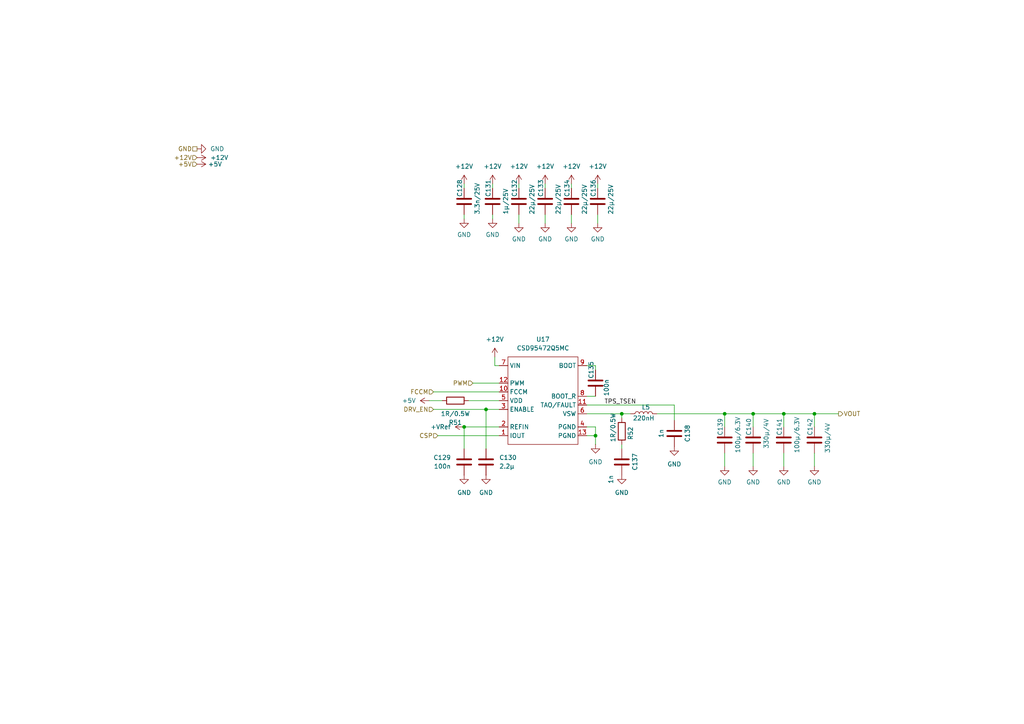
<source format=kicad_sch>
(kicad_sch (version 20231120) (generator "eeschema") (generator_version "8.0")
  (paper "A4")
  (title_block (title "BitForgeMini") (date "2024-06-21") (rev "1.0"))
  (lib_symbols
    (symbol "+12V_1" (power) (pin_numbers hide) (pin_names (offset 0) hide)
      (property "Value" "+12V" (at 0 3.556 0))
      (symbol "+12V_1_0_1"
        (polyline (pts (xy -0.762 1.27) (xy 0 2.54)))
        (polyline (pts (xy 0 0) (xy 0 2.54)))
        (polyline (pts (xy 0 2.54) (xy 0.762 1.27)))
      )
      (symbol "+12V_1_1_1"
        (pin power_in line (at 0 0 90) (length 0) (name "~") (number "1"))
      )
    )
    (symbol "+5V_1" (power) (pin_numbers hide) (pin_names (offset 0) hide)
      (property "Value" "+5V" (at 0 3.556 0))
      (symbol "+5V_1_0_1"
        (polyline (pts (xy -0.762 1.27) (xy 0 2.54)))
        (polyline (pts (xy 0 0) (xy 0 2.54)))
        (polyline (pts (xy 0 2.54) (xy 0.762 1.27)))
      )
      (symbol "+5V_1_1_1"
        (pin power_in line (at 0 0 90) (length 0) (name "~") (number "1"))
      )
    )
    (symbol "Device:C" (pin_numbers hide) (pin_names (offset 0.254))
      (property "Reference" "C" (at 0.635 2.54 0))
      (property "Value" "C" (at 0.635 -2.54 0))
      (symbol "C_0_1"
        (polyline (pts (xy -2.032 -0.762) (xy 2.032 -0.762)) (stroke (width 0.508)))
        (polyline (pts (xy -2.032 0.762) (xy 2.032 0.762)) (stroke (width 0.508)))
      )
      (symbol "C_1_1"
        (pin passive line (at 0 3.81 270) (length 2.794) (name "~") (number "1"))
        (pin passive line (at 0 -3.81 90) (length 2.794) (name "~") (number "2"))
      )
    )
    (symbol "Device:L" (pin_numbers hide) (pin_names (offset 1.016) hide)
      (property "Reference" "L" (at -1.27 0 90))
      (property "Value" "L" (at 1.905 0 90))
      (symbol "L_0_1"
        (arc (start 0 -2.54) (mid 0.6323 -1.905) (end 0 -1.27))
        (arc (start 0 -1.27) (mid 0.6323 -0.635) (end 0 0))
        (arc (start 0 0) (mid 0.6323 0.635) (end 0 1.27))
        (arc (start 0 1.27) (mid 0.6323 1.905) (end 0 2.54))
      )
      (symbol "L_1_1"
        (pin passive line (at 0 3.81 270) (length 1.27) (name "1") (number "1"))
        (pin passive line (at 0 -3.81 90) (length 1.27) (name "2") (number "2"))
      )
    )
    (symbol "Device:R" (pin_numbers hide) (pin_names (offset 0))
      (property "Reference" "R" (at 2.032 0 90))
      (property "Value" "R" (at 0 0 90))
      (symbol "R_0_1"
        (rectangle (start -1.016 -2.54) (end 1.016 2.54) (stroke (width 0.254)))
      )
      (symbol "R_1_1"
        (pin passive line (at 0 3.81 270) (length 1.27) (name "~") (number "1"))
        (pin passive line (at 0 -3.81 90) (length 1.27) (name "~") (number "2"))
      )
    )
    (symbol "GND_1" (power) (pin_numbers hide) (pin_names (offset 0) hide)
      (property "Value" "GND" (at 0 -3.81 0))
      (symbol "GND_1_0_1"
        (polyline (pts (xy 0 0) (xy 0 -1.27) (xy 1.27 -1.27) (xy 0 -2.54) (xy -1.27 -1.27) (xy 0 -1.27)))
      )
      (symbol "GND_1_1_1"
        (pin power_in line (at 0 0 270) (length 0) (name "~") (number "1"))
      )
    )
    (symbol "GND_2" (power) (pin_numbers hide) (pin_names (offset 0) hide)
      (property "Value" "GND" (at 0 -3.81 0))
      (symbol "GND_2_0_1"
        (polyline (pts (xy 0 0) (xy 0 -1.27) (xy 1.27 -1.27) (xy 0 -2.54) (xy -1.27 -1.27) (xy 0 -1.27)))
      )
      (symbol "GND_2_1_1"
        (pin power_in line (at 0 0 270) (length 0) (name "~") (number "1"))
      )
    )
    (symbol "mylib7:+VRef" (power) (pin_names (offset 0))
      (property "Value" "+VRef" (at 0 3.556 0))
      (symbol "+VRef_0_1"
        (polyline (pts (xy -0.762 1.27) (xy 0 2.54)))
        (polyline (pts (xy 0 0) (xy 0 2.54)))
        (polyline (pts (xy 0 2.54) (xy 0.762 1.27)))
      )
      (symbol "+VRef_1_1"
        (pin power_in line (at 0 0 90) (length 0) hide (name "+VRef") (number "1"))
      )
    )
    (symbol "mylib7:CSD95472Q5MC"
      (property "Reference" "U" (at -7.366 13.716 0))
      (property "Value" "CSD95472Q5MC" (at -1.524 -13.97 0))
      (symbol "CSD95472Q5MC_0_1"
        (rectangle (start -10.16 12.7) (end 10.16 -12.7))
      )
      (symbol "CSD95472Q5MC_1_1"
        (pin output line (at -12.7 -10.16 0) (length 2.54) (name "IOUT") (number "1"))
        (pin input line (at -12.7 2.54 0) (length 2.54) (name "FCCM") (number "10"))
        (pin passive line (at 12.7 -1.27 180) (length 2.54) (name "TAO/FAULT") (number "11"))
        (pin input line (at -12.7 5.08 0) (length 2.54) (name "PWM") (number "12"))
        (pin passive line (at 12.7 -10.16 180) (length 2.54) (name "PGND") (number "13"))
        (pin input line (at -12.7 -7.62 0) (length 2.54) (name "REFIN") (number "2"))
        (pin input line (at -12.7 -2.54 0) (length 2.54) (name "ENABLE") (number "3"))
        (pin passive line (at 12.7 -7.62 180) (length 2.54) (name "PGND") (number "4"))
        (pin power_in line (at -12.7 0 0) (length 2.54) (name "VDD") (number "5"))
        (pin output line (at 12.7 -3.81 180) (length 2.54) (name "VSW") (number "6"))
        (pin power_in line (at -12.7 10.16 0) (length 2.54) (name "VIN") (number "7"))
        (pin input line (at 12.7 1.27 180) (length 2.54) (name "BOOT_R") (number "8"))
        (pin output line (at 12.7 10.16 180) (length 2.54) (name "BOOT") (number "9"))
      )
    )
    (symbol "power:+12V" (power) (pin_names (offset 0))
      (property "Value" "+12V" (at 0 3.556 0))
      (symbol "+12V_0_1"
        (polyline (pts (xy -0.762 1.27) (xy 0 2.54)))
        (polyline (pts (xy 0 0) (xy 0 2.54)))
        (polyline (pts (xy 0 2.54) (xy 0.762 1.27)))
      )
      (symbol "+12V_1_1"
        (pin power_in line (at 0 0 90) (length 0) hide (name "+12V") (number "1"))
      )
    )
    (symbol "power:GND" (power) (pin_names (offset 0))
      (property "Value" "GND" (at 0 -3.81 0))
      (symbol "GND_0_1"
        (polyline (pts (xy 0 0) (xy 0 -1.27) (xy 1.27 -1.27) (xy 0 -2.54) (xy -1.27 -1.27) (xy 0 -1.27)))
      )
      (symbol "GND_1_1"
        (pin power_in line (at 0 0 270) (length 0) hide (name "GND") (number "1"))
      )
    )
  )
  (junction (at 140.97 118.745))
  (junction (at 180.34 120.015))
  (junction (at 134.62 123.825))
  (junction (at 227.33 120.015))
  (junction (at 236.22 120.015))
  (junction (at 210.185 120.015))
  (junction (at 172.72 126.365))
  (junction (at 218.44 120.015))
  (wire (pts (xy 142.875 62.23) (xy 142.875 63.5)))
  (wire (pts (xy 165.735 53.34) (xy 165.735 54.61)))
  (wire (pts (xy 218.44 120.015) (xy 227.33 120.015)))
  (wire (pts (xy 170.18 106.045) (xy 172.72 106.045)))
  (wire (pts (xy 173.355 62.23) (xy 173.355 64.77)))
  (wire (pts (xy 190.5 120.015) (xy 210.185 120.015)))
  (wire (pts (xy 172.72 123.825) (xy 170.18 123.825)))
  (wire (pts (xy 134.62 123.825) (xy 134.62 130.175)))
  (wire (pts (xy 227.33 120.015) (xy 236.22 120.015)))
  (wire (pts (xy 236.22 131.445) (xy 236.22 135.255)))
  (wire (pts (xy 170.18 126.365) (xy 172.72 126.365)))
  (wire (pts (xy 134.62 62.23) (xy 134.62 63.5)))
  (wire (pts (xy 236.22 120.015) (xy 243.205 120.015)))
  (wire (pts (xy 218.44 120.015) (xy 218.44 123.825)))
  (wire (pts (xy 170.18 117.475) (xy 195.58 117.475)))
  (wire (pts (xy 140.97 118.745) (xy 144.78 118.745)))
  (wire (pts (xy 170.18 114.935) (xy 172.72 114.935)))
  (wire (pts (xy 172.72 106.045) (xy 172.72 107.315)))
  (wire (pts (xy 125.73 118.745) (xy 140.97 118.745)))
  (wire (pts (xy 150.495 62.23) (xy 150.495 64.77)))
  (wire (pts (xy 165.735 62.23) (xy 165.735 64.77)))
  (wire (pts (xy 135.89 116.205) (xy 144.78 116.205)))
  (wire (pts (xy 143.51 106.045) (xy 144.78 106.045)))
  (wire (pts (xy 210.185 120.015) (xy 218.44 120.015)))
  (wire (pts (xy 140.97 130.175) (xy 140.97 118.745)))
  (wire (pts (xy 210.185 131.445) (xy 210.185 135.255)))
  (wire (pts (xy 143.51 103.505) (xy 143.51 106.045)))
  (wire (pts (xy 236.22 120.015) (xy 236.22 123.825)))
  (wire (pts (xy 170.18 120.015) (xy 180.34 120.015)))
  (wire (pts (xy 144.78 123.825) (xy 134.62 123.825)))
  (wire (pts (xy 180.34 120.015) (xy 182.88 120.015)))
  (wire (pts (xy 144.78 113.665) (xy 125.73 113.665)))
  (wire (pts (xy 158.115 53.34) (xy 158.115 54.61)))
  (wire (pts (xy 137.16 111.125) (xy 144.78 111.125)))
  (wire (pts (xy 158.115 62.23) (xy 158.115 64.77)))
  (wire (pts (xy 150.495 53.34) (xy 150.495 54.61)))
  (wire (pts (xy 134.62 53.34) (xy 134.62 54.61)))
  (wire (pts (xy 195.58 117.475) (xy 195.58 121.92)))
  (wire (pts (xy 172.72 126.365) (xy 172.72 123.825)))
  (wire (pts (xy 218.44 135.255) (xy 218.44 131.445)))
  (wire (pts (xy 172.72 128.905) (xy 172.72 126.365)))
  (wire (pts (xy 180.34 128.905) (xy 180.34 130.175)))
  (wire (pts (xy 227.33 120.015) (xy 227.33 123.825)))
  (wire (pts (xy 127 126.365) (xy 144.78 126.365)))
  (wire (pts (xy 180.34 120.015) (xy 180.34 121.285)))
  (wire (pts (xy 210.185 123.825) (xy 210.185 120.015)))
  (wire (pts (xy 124.46 116.205) (xy 128.27 116.205)))
  (wire (pts (xy 142.875 53.34) (xy 142.875 54.61)))
  (wire (pts (xy 227.33 131.445) (xy 227.33 135.255)))
  (wire (pts (xy 173.355 53.34) (xy 173.355 54.61)))
  (label "TPS_TSEN" (at 175.26 117.475 0))
  (hierarchical_label "+5V" (shape input) (at 57.15 47.625 180))
  (hierarchical_label "DRV_EN" (shape input) (at 125.73 118.745 180))
  (hierarchical_label "FCCM" (shape input) (at 125.73 113.665 180))
  (hierarchical_label "GND" (shape passive) (at 57.15 43.18 180))
  (hierarchical_label "VOUT" (shape output) (at 243.205 120.015 0))
  (hierarchical_label "+12V" (shape input) (at 57.15 45.72 180))
  (hierarchical_label "CSP" (shape input) (at 127 126.365 180))
  (hierarchical_label "PWM" (shape input) (at 137.16 111.125 180))
  (symbol (lib_id "power:+12V") (at 165.735 53.34 0) (unit 1)
    (property "Reference" "#PWR0173" (effects (hide yes)))
    (property "Value" "+12V" (at 165.735 48.26 0))
    (instances (project "BitForgeNano" (path "" (reference "#PWR0173") (unit 1)) (path "" (reference "#PWR0119") (unit 1)) (path "" (reference "#PWR092") (unit 1)) (path "" (reference "#PWR0146") (unit 1))))
  )
  (symbol (lib_id "Device:C") (at 142.875 58.42 0) (unit 1)
    (property "Reference" "C131" (at 141.605 57.15 90) (effects (justify left)))
    (property "Value" "1µ/25V" (at 146.685 62.23 90) (effects (justify left)))
    (property "Footprint" "Capacitor_SMD:C_0805_2012Metric" (effects (hide yes)))
    (instances (project "BitForgeNano" (path "" (reference "C131") (unit 1)) (path "" (reference "C101") (unit 1)) (path "" (reference "C86") (unit 1)) (path "" (reference "C116") (unit 1))))
  )
  (symbol (lib_id "power:+12V") (at 173.355 53.34 0) (unit 1)
    (property "Reference" "#PWR0176" (effects (hide yes)))
    (property "Value" "+12V" (at 173.355 48.26 0))
    (instances (project "BitForgeNano" (path "" (reference "#PWR0176") (unit 1)) (path "" (reference "#PWR0122") (unit 1)) (path "" (reference "#PWR095") (unit 1)) (path "" (reference "#PWR0149") (unit 1))))
  )
  (symbol (lib_id "Device:L") (at 186.69 120.015 90) (unit 1)
    (property "Reference" "L5" (at 187.325 118.11 90))
    (property "Value" "220nH" (at 186.69 121.285 90))
    (property "Footprint" "myfootprints:IFLR-4031GC-01-8x10" (effects (hide yes)))
    (property "Distributor" "D" (effects (hide yes)))
    (property "Manufacturer" "FP1008R5-R220-R" (effects (hide yes)))
    (property "OrderNr" "283-FP1008R5-R220-RCT-ND" (effects (hide yes)))
    (instances (project "BitForgeNano" (path "" (reference "L5") (unit 1)) (path "" (reference "L3") (unit 1)) (path "" (reference "L2") (unit 1)) (path "" (reference "L4") (unit 1))))
  )
  (symbol (lib_name "+12V_1") (lib_id "power:+12V") (at 143.51 103.505 0) (unit 1)
    (property "Reference" "#PWR0168" (effects (hide yes)))
    (property "Value" "+12V" (at 143.51 98.425 0))
    (property "Description" "Power symbol creates a global label with name \"+12V\"" (effects (hide yes)))
    (instances (project "BitForgeNano" (path "" (reference "#PWR0168") (unit 1)) (path "" (reference "#PWR0114") (unit 1)) (path "" (reference "#PWR087") (unit 1)) (path "" (reference "#PWR0141") (unit 1))))
  )
  (symbol (lib_id "Device:C") (at 227.33 127.635 0) (unit 1)
    (property "Reference" "C141" (at 226.06 126.365 90) (effects (justify left)))
    (property "Value" "100µ/6.3V" (at 231.14 131.445 90) (effects (justify left)))
    (property "Footprint" "Capacitor_SMD:C_1210_3225Metric" (effects (hide yes)))
    (property "Distributor" "D" (effects (hide yes)))
    (property "Manufacturer" "C1210C107M8PAC7800" (effects (hide yes)))
    (property "OrderNr" "399-C1210C107M8PAC7800CT-ND" (effects (hide yes)))
    (instances (project "BitForgeNano" (path "" (reference "C141") (unit 1)) (path "" (reference "C111") (unit 1)) (path "" (reference "C96") (unit 1)) (path "" (reference "C126") (unit 1))))
  )
  (symbol (lib_name "GND_2") (lib_id "power:GND") (at 140.97 137.795 0) (unit 1)
    (property "Reference" "#PWR0165" (effects (hide yes)))
    (property "Value" "GND" (at 140.97 142.875 0))
    (property "Description" "Power symbol creates a global label with name \"GND\" , ground" (effects (hide yes)))
    (instances (project "BitForgeNano" (path "" (reference "#PWR0165") (unit 1)) (path "" (reference "#PWR0111") (unit 1)) (path "" (reference "#PWR084") (unit 1)) (path "" (reference "#PWR0138") (unit 1))))
  )
  (symbol (lib_id "Device:C") (at 173.355 58.42 0) (unit 1)
    (property "Reference" "C136" (at 172.085 57.15 90) (effects (justify left)))
    (property "Value" "22µ/25V" (at 177.165 62.23 90) (effects (justify left)))
    (property "Footprint" "Capacitor_SMD:C_1210_3225Metric" (effects (hide yes)))
    (property "Distributor" "D" (effects (hide yes)))
    (property "Manufacturer" "C1210C226K3PAC7800" (effects (hide yes)))
    (property "OrderNr" "399-C1210C226K3PAC7800CT-ND" (effects (hide yes)))
    (instances (project "BitForgeNano" (path "" (reference "C136") (unit 1)) (path "" (reference "C106") (unit 1)) (path "" (reference "C91") (unit 1)) (path "" (reference "C121") (unit 1))))
  )
  (symbol (lib_name "+5V_1") (lib_id "power:+5V") (at 124.46 116.205 90) (unit 1)
    (property "Reference" "#PWR0160" (effects (hide yes)))
    (property "Value" "+5V" (at 120.65 116.2049 90) (effects (justify left)))
    (property "Description" "Power symbol creates a global label with name \"+5V\"" (effects (hide yes)))
    (instances (project "BitForgeNano" (path "" (reference "#PWR0160") (unit 1)) (path "" (reference "#PWR0106") (unit 1)) (path "" (reference "#PWR079") (unit 1)) (path "" (reference "#PWR0133") (unit 1))))
  )
  (symbol (lib_id "Device:C") (at 134.62 133.985 0) (mirror y) (unit 1)
    (property "Reference" "C129" (at 130.81 132.7149 0) (effects (justify left)))
    (property "Value" "100n" (at 130.81 135.2549 0) (effects (justify left)))
    (property "Footprint" "Capacitor_SMD:C_0805_2012Metric" (effects (hide yes)))
    (property "Description" "Unpolarized capacitor" (effects (hide yes)))
    (instances (project "BitForgeNano" (path "" (reference "C129") (unit 1)) (path "" (reference "C99") (unit 1)) (path "" (reference "C84") (unit 1)) (path "" (reference "C114") (unit 1))))
  )
  (symbol (lib_id "power:+12V") (at 150.495 53.34 0) (unit 1)
    (property "Reference" "#PWR0169" (effects (hide yes)))
    (property "Value" "+12V" (at 150.495 48.26 0))
    (instances (project "BitForgeNano" (path "" (reference "#PWR0169") (unit 1)) (path "" (reference "#PWR0115") (unit 1)) (path "" (reference "#PWR088") (unit 1)) (path "" (reference "#PWR0142") (unit 1))))
  )
  (symbol (lib_id "Device:C") (at 165.735 58.42 0) (unit 1)
    (property "Reference" "C134" (at 164.465 57.15 90) (effects (justify left)))
    (property "Value" "22µ/25V" (at 169.545 62.23 90) (effects (justify left)))
    (property "Footprint" "Capacitor_SMD:C_1210_3225Metric" (effects (hide yes)))
    (property "Distributor" "D" (effects (hide yes)))
    (property "Manufacturer" "C1210C226K3PAC7800" (effects (hide yes)))
    (property "OrderNr" "399-C1210C226K3PAC7800CT-ND" (effects (hide yes)))
    (instances (project "BitForgeNano" (path "" (reference "C134") (unit 1)) (path "" (reference "C104") (unit 1)) (path "" (reference "C89") (unit 1)) (path "" (reference "C119") (unit 1))))
  )
  (symbol (lib_id "power:GND") (at 142.875 63.5 0) (unit 1)
    (property "Reference" "#PWR0167" (effects (hide yes)))
    (property "Value" "GND" (at 142.875 68.072 0))
    (instances (project "BitForgeNano" (path "" (reference "#PWR0167") (unit 1)) (path "" (reference "#PWR0113") (unit 1)) (path "" (reference "#PWR086") (unit 1)) (path "" (reference "#PWR0140") (unit 1))))
  )
  (symbol (lib_id "power:GND") (at 134.62 63.5 0) (unit 1)
    (property "Reference" "#PWR0162" (effects (hide yes)))
    (property "Value" "GND" (at 134.62 68.072 0))
    (instances (project "BitForgeNano" (path "" (reference "#PWR0162") (unit 1)) (path "" (reference "#PWR0108") (unit 1)) (path "" (reference "#PWR081") (unit 1)) (path "" (reference "#PWR0135") (unit 1))))
  )
  (symbol (lib_id "power:+12V") (at 158.115 53.34 0) (unit 1)
    (property "Reference" "#PWR0171" (effects (hide yes)))
    (property "Value" "+12V" (at 158.115 48.26 0))
    (instances (project "BitForgeNano" (path "" (reference "#PWR0171") (unit 1)) (path "" (reference "#PWR0117") (unit 1)) (path "" (reference "#PWR090") (unit 1)) (path "" (reference "#PWR0144") (unit 1))))
  )
  (symbol (lib_id "Device:R") (at 132.08 116.205 90) (mirror x) (unit 1)
    (property "Reference" "R51" (at 132.08 122.555 90))
    (property "Value" "1R/0.5W" (at 132.08 120.015 90))
    (property "Footprint" "Resistor_SMD:R_0805_2012Metric" (effects (hide yes)))
    (property "Description" "Resistor" (effects (hide yes)))
    (property "Distributor" "D" (effects (hide yes)))
    (property "Manufacturer" "CRCW08051R00FKEAHP" (effects (hide yes)))
    (property "OrderNr" "541-1.00TCT-ND" (effects (hide yes)))
    (instances (project "BitForgeNano" (path "" (reference "R51") (unit 1)) (path "" (reference "R47") (unit 1)) (path "" (reference "R45") (unit 1)) (path "" (reference "R49") (unit 1))))
  )
  (symbol (lib_id "mylib7:+VRef") (at 134.62 123.825 90) (unit 1)
    (property "Reference" "#PWR0163" (effects (hide yes)))
    (property "Value" "+VRef" (at 130.81 123.8249 90) (effects (justify left)))
    (property "Description" "Power symbol creates a global label with name \"+3.3V\"" (effects (hide yes)))
    (instances (project "BitForgeNano" (path "" (reference "#PWR0163") (unit 1)) (path "" (reference "#PWR0109") (unit 1)) (path "" (reference "#PWR082") (unit 1)) (path "" (reference "#PWR0136") (unit 1))))
  )
  (symbol (lib_id "power:+12V") (at 134.62 53.34 0) (unit 1)
    (property "Reference" "#PWR0161" (effects (hide yes)))
    (property "Value" "+12V" (at 134.62 48.26 0))
    (instances (project "BitForgeNano" (path "" (reference "#PWR0161") (unit 1)) (path "" (reference "#PWR0107") (unit 1)) (path "" (reference "#PWR080") (unit 1)) (path "" (reference "#PWR0134") (unit 1))))
  )
  (symbol (lib_id "Device:C") (at 140.97 133.985 0) (unit 1)
    (property "Reference" "C130" (at 144.78 132.7149 0) (effects (justify left)))
    (property "Value" "2.2µ" (at 144.78 135.2549 0) (effects (justify left)))
    (property "Footprint" "Capacitor_SMD:C_0805_2012Metric" (effects (hide yes)))
    (property "Description" "Unpolarized capacitor" (effects (hide yes)))
    (instances (project "BitForgeNano" (path "" (reference "C130") (unit 1)) (path "" (reference "C100") (unit 1)) (path "" (reference "C85") (unit 1)) (path "" (reference "C115") (unit 1))))
  )
  (symbol (lib_id "Device:C") (at 218.44 127.635 0) (unit 1)
    (property "Reference" "C140" (at 217.17 126.365 90) (effects (justify left)))
    (property "Value" "330µ/4V" (at 222.25 130.175 90) (effects (justify left)))
    (property "Footprint" "Capacitor_SMD:C_1210_3225Metric" (effects (hide yes)))
    (property "Distributor" "D" (effects (hide yes)))
    (property "Manufacturer" "GRM32ER60G337ME05K" (effects (hide yes)))
    (property "OrderNr" "490-GRM32ER60G337ME05KCT-ND" (effects (hide yes)))
    (instances (project "BitForgeNano" (path "" (reference "C140") (unit 1)) (path "" (reference "C110") (unit 1)) (path "" (reference "C95") (unit 1)) (path "" (reference "C125") (unit 1))))
  )
  (symbol (lib_id "mylib7:CSD95472Q5MC") (at 157.48 116.205 0) (unit 1)
    (property "Reference" "U17" (at 157.48 98.425 0))
    (property "Value" "CSD95472Q5MC" (at 157.48 100.965 0))
    (property "Footprint" "myfootprints:CSD95472-SON-5x6" (effects (hide yes)))
    (property "Distributor" "D" (effects (hide yes)))
    (property "Manufacturer" "CSD95472Q5MC" (effects (hide yes)))
    (property "OrderNr" "296-43950-1-ND" (effects (hide yes)))
    (instances (project "BitForgeNano" (path "" (reference "U17") (unit 1)) (path "" (reference "U15") (unit 1)) (path "" (reference "U14") (unit 1)) (path "" (reference "U16") (unit 1))))
  )
  (symbol (lib_id "power:+12V") (at 142.875 53.34 0) (unit 1)
    (property "Reference" "#PWR0166" (effects (hide yes)))
    (property "Value" "+12V" (at 142.875 48.26 0))
    (instances (project "BitForgeNano" (path "" (reference "#PWR0166") (unit 1)) (path "" (reference "#PWR0112") (unit 1)) (path "" (reference "#PWR085") (unit 1)) (path "" (reference "#PWR0139") (unit 1))))
  )
  (symbol (lib_id "Device:C") (at 172.72 111.125 0) (unit 1)
    (property "Reference" "C135" (at 171.45 109.855 90) (effects (justify left)))
    (property "Value" "100n" (at 175.895 114.935 90) (effects (justify left)))
    (property "Footprint" "Capacitor_SMD:C_0805_2012Metric" (effects (hide yes)))
    (instances (project "BitForgeNano" (path "" (reference "C135") (unit 1)) (path "" (reference "C105") (unit 1)) (path "" (reference "C90") (unit 1)) (path "" (reference "C120") (unit 1))))
  )
  (symbol (lib_id "power:GND") (at 158.115 64.77 0) (unit 1)
    (property "Reference" "#PWR0172" (effects (hide yes)))
    (property "Value" "GND" (at 158.115 69.342 0))
    (instances (project "BitForgeNano" (path "" (reference "#PWR0172") (unit 1)) (path "" (reference "#PWR0118") (unit 1)) (path "" (reference "#PWR091") (unit 1)) (path "" (reference "#PWR0145") (unit 1))))
  )
  (symbol (lib_id "Device:C") (at 210.185 127.635 0) (unit 1)
    (property "Reference" "C139" (at 208.915 126.365 90) (effects (justify left)))
    (property "Value" "100µ/6.3V" (at 213.995 131.445 90) (effects (justify left)))
    (property "Footprint" "Capacitor_SMD:C_1210_3225Metric" (effects (hide yes)))
    (property "Distributor" "D" (effects (hide yes)))
    (property "Manufacturer" "C1210C107M8PAC7800" (effects (hide yes)))
    (property "OrderNr" "399-C1210C107M8PAC7800CT-ND" (effects (hide yes)))
    (instances (project "BitForgeNano" (path "" (reference "C139") (unit 1)) (path "" (reference "C109") (unit 1)) (path "" (reference "C94") (unit 1)) (path "" (reference "C124") (unit 1))))
  )
  (symbol (lib_name "+12V_1") (lib_id "power:+12V") (at 57.15 45.72 270) (unit 1)
    (property "Reference" "#PWR0158" (effects (hide yes)))
    (property "Value" "+12V" (at 60.96 45.7199 90) (effects (justify left)))
    (property "Description" "Power symbol creates a global label with name \"+12V\"" (effects (hide yes)))
    (instances (project "BitForgeNano" (path "" (reference "#PWR0158") (unit 1)) (path "" (reference "#PWR0104") (unit 1)) (path "" (reference "#PWR077") (unit 1)) (path "" (reference "#PWR0131") (unit 1))))
  )
  (symbol (lib_name "GND_2") (lib_id "power:GND") (at 134.62 137.795 0) (unit 1)
    (property "Reference" "#PWR0164" (effects (hide yes)))
    (property "Value" "GND" (at 134.62 142.875 0))
    (property "Description" "Power symbol creates a global label with name \"GND\" , ground" (effects (hide yes)))
    (instances (project "BitForgeNano" (path "" (reference "#PWR0164") (unit 1)) (path "" (reference "#PWR0110") (unit 1)) (path "" (reference "#PWR083") (unit 1)) (path "" (reference "#PWR0137") (unit 1))))
  )
  (symbol (lib_id "power:GND") (at 227.33 135.255 0) (unit 1)
    (property "Reference" "#PWR0182" (effects (hide yes)))
    (property "Value" "GND" (at 227.33 139.827 0))
    (instances (project "BitForgeNano" (path "" (reference "#PWR0182") (unit 1)) (path "" (reference "#PWR0128") (unit 1)) (path "" (reference "#PWR0101") (unit 1)) (path "" (reference "#PWR0155") (unit 1))))
  )
  (symbol (lib_id "Device:R") (at 180.34 125.095 180) (unit 1)
    (property "Reference" "R52" (at 182.88 127.635 90) (effects (justify right)))
    (property "Value" "1R/0.5W" (at 177.8 128.27 90) (effects (justify right)))
    (property "Footprint" "Resistor_SMD:R_0805_2012Metric" (effects (hide yes)))
    (property "Description" "Resistor" (effects (hide yes)))
    (property "Distributor" "D" (effects (hide yes)))
    (property "Manufacturer" "CRCW08051R00FKEAHP" (effects (hide yes)))
    (property "OrderNr" "541-1.00TCT-ND" (effects (hide yes)))
    (instances (project "BitForgeNano" (path "" (reference "R52") (unit 1)) (path "" (reference "R48") (unit 1)) (path "" (reference "R46") (unit 1)) (path "" (reference "R50") (unit 1))))
  )
  (symbol (lib_id "Device:C") (at 236.22 127.635 0) (unit 1)
    (property "Reference" "C142" (at 234.95 126.365 90) (effects (justify left)))
    (property "Value" "330µ/4V" (at 240.03 131.445 90) (effects (justify left)))
    (property "Footprint" "Capacitor_SMD:C_1210_3225Metric" (effects (hide yes)))
    (property "Distributor" "D" (effects (hide yes)))
    (property "Manufacturer" "GRM32ER60G337ME05K" (effects (hide yes)))
    (property "OrderNr" "490-GRM32ER60G337ME05KCT-ND" (effects (hide yes)))
    (instances (project "BitForgeNano" (path "" (reference "C142") (unit 1)) (path "" (reference "C112") (unit 1)) (path "" (reference "C97") (unit 1)) (path "" (reference "C127") (unit 1))))
  )
  (symbol (lib_name "GND_2") (lib_id "power:GND") (at 180.34 137.795 0) (unit 1)
    (property "Reference" "#PWR0178" (effects (hide yes)))
    (property "Value" "GND" (at 180.34 142.875 0))
    (property "Description" "Power symbol creates a global label with name \"GND\" , ground" (effects (hide yes)))
    (instances (project "BitForgeNano" (path "" (reference "#PWR0178") (unit 1)) (path "" (reference "#PWR0124") (unit 1)) (path "" (reference "#PWR097") (unit 1)) (path "" (reference "#PWR0151") (unit 1))))
  )
  (symbol (lib_id "Device:C") (at 150.495 58.42 0) (unit 1)
    (property "Reference" "C132" (at 149.225 57.15 90) (effects (justify left)))
    (property "Value" "22µ/25V" (at 154.305 62.23 90) (effects (justify left)))
    (property "Footprint" "Capacitor_SMD:C_1210_3225Metric" (effects (hide yes)))
    (property "Distributor" "D" (effects (hide yes)))
    (property "Manufacturer" "C1210C226K3PAC7800" (effects (hide yes)))
    (property "OrderNr" "399-C1210C226K3PAC7800CT-ND" (effects (hide yes)))
    (instances (project "BitForgeNano" (path "" (reference "C132") (unit 1)) (path "" (reference "C102") (unit 1)) (path "" (reference "C87") (unit 1)) (path "" (reference "C117") (unit 1))))
  )
  (symbol (lib_name "+5V_1") (lib_id "power:+5V") (at 57.15 47.625 270) (unit 1)
    (property "Reference" "#PWR0159" (effects (hide yes)))
    (property "Value" "+5V" (at 60.325 47.6249 90) (effects (justify left)))
    (property "Description" "Power symbol creates a global label with name \"+5V\"" (effects (hide yes)))
    (instances (project "BitForgeNano" (path "" (reference "#PWR0159") (unit 1)) (path "" (reference "#PWR0105") (unit 1)) (path "" (reference "#PWR078") (unit 1)) (path "" (reference "#PWR0132") (unit 1))))
  )
  (symbol (lib_id "power:GND") (at 173.355 64.77 0) (unit 1)
    (property "Reference" "#PWR0177" (effects (hide yes)))
    (property "Value" "GND" (at 173.355 69.342 0))
    (instances (project "BitForgeNano" (path "" (reference "#PWR0177") (unit 1)) (path "" (reference "#PWR0123") (unit 1)) (path "" (reference "#PWR096") (unit 1)) (path "" (reference "#PWR0150") (unit 1))))
  )
  (symbol (lib_id "power:GND") (at 165.735 64.77 0) (unit 1)
    (property "Reference" "#PWR0174" (effects (hide yes)))
    (property "Value" "GND" (at 165.735 69.342 0))
    (instances (project "BitForgeNano" (path "" (reference "#PWR0174") (unit 1)) (path "" (reference "#PWR0120") (unit 1)) (path "" (reference "#PWR093") (unit 1)) (path "" (reference "#PWR0147") (unit 1))))
  )
  (symbol (lib_id "power:GND") (at 210.185 135.255 0) (unit 1)
    (property "Reference" "#PWR0180" (effects (hide yes)))
    (property "Value" "GND" (at 210.185 139.827 0))
    (instances (project "BitForgeNano" (path "" (reference "#PWR0180") (unit 1)) (path "" (reference "#PWR0126") (unit 1)) (path "" (reference "#PWR099") (unit 1)) (path "" (reference "#PWR0153") (unit 1))))
  )
  (symbol (lib_id "Device:C") (at 158.115 58.42 0) (unit 1)
    (property "Reference" "C133" (at 156.845 57.15 90) (effects (justify left)))
    (property "Value" "22µ/25V" (at 161.925 62.23 90) (effects (justify left)))
    (property "Footprint" "Capacitor_SMD:C_1210_3225Metric" (effects (hide yes)))
    (property "Distributor" "D" (effects (hide yes)))
    (property "Manufacturer" "C1210C226K3PAC7800" (effects (hide yes)))
    (property "OrderNr" "399-C1210C226K3PAC7800CT-ND" (effects (hide yes)))
    (instances (project "BitForgeNano" (path "" (reference "C133") (unit 1)) (path "" (reference "C103") (unit 1)) (path "" (reference "C88") (unit 1)) (path "" (reference "C118") (unit 1))))
  )
  (symbol (lib_name "GND_1") (lib_id "power:GND") (at 172.72 128.905 0) (unit 1)
    (property "Reference" "#PWR0175" (effects (hide yes)))
    (property "Value" "GND" (at 172.72 133.985 0))
    (property "Description" "Power symbol creates a global label with name \"GND\" , ground" (effects (hide yes)))
    (instances (project "BitForgeNano" (path "" (reference "#PWR0175") (unit 1)) (path "" (reference "#PWR0121") (unit 1)) (path "" (reference "#PWR094") (unit 1)) (path "" (reference "#PWR0148") (unit 1))))
  )
  (symbol (lib_name "GND_2") (lib_id "power:GND") (at 57.15 43.18 90) (unit 1)
    (property "Reference" "#PWR0157" (effects (hide yes)))
    (property "Value" "GND" (at 60.96 43.1799 90) (effects (justify right)))
    (property "Description" "Power symbol creates a global label with name \"GND\" , ground" (effects (hide yes)))
    (instances (project "BitForgeNano" (path "" (reference "#PWR0157") (unit 1)) (path "" (reference "#PWR0103") (unit 1)) (path "" (reference "#PWR076") (unit 1)) (path "" (reference "#PWR0130") (unit 1))))
  )
  (symbol (lib_id "Device:C") (at 195.58 125.73 0) (mirror y) (unit 1)
    (property "Reference" "C138" (at 199.39 128.27 90) (effects (justify left)))
    (property "Value" "1n" (at 191.77 127 90) (effects (justify left)))
    (property "Footprint" "Capacitor_SMD:C_0805_2012Metric" (effects (hide yes)))
    (instances (project "BitForgeNano" (path "" (reference "C138") (unit 1)) (path "" (reference "C108") (unit 1)) (path "" (reference "C93") (unit 1)) (path "" (reference "C123") (unit 1))))
  )
  (symbol (lib_id "Device:C") (at 134.62 58.42 0) (unit 1)
    (property "Reference" "C128" (at 133.35 57.15 90) (effects (justify left)))
    (property "Value" "3.3n/25V" (at 138.43 62.23 90) (effects (justify left)))
    (property "Footprint" "Capacitor_SMD:C_0805_2012Metric" (effects (hide yes)))
    (instances (project "BitForgeNano" (path "" (reference "C128") (unit 1)) (path "" (reference "C98") (unit 1)) (path "" (reference "C83") (unit 1)) (path "" (reference "C113") (unit 1))))
  )
  (symbol (lib_id "power:GND") (at 218.44 135.255 0) (unit 1)
    (property "Reference" "#PWR0181" (effects (hide yes)))
    (property "Value" "GND" (at 218.44 139.827 0))
    (instances (project "BitForgeNano" (path "" (reference "#PWR0181") (unit 1)) (path "" (reference "#PWR0127") (unit 1)) (path "" (reference "#PWR0100") (unit 1)) (path "" (reference "#PWR0154") (unit 1))))
  )
  (symbol (lib_id "power:GND") (at 150.495 64.77 0) (unit 1)
    (property "Reference" "#PWR0170" (effects (hide yes)))
    (property "Value" "GND" (at 150.495 69.342 0))
    (instances (project "BitForgeNano" (path "" (reference "#PWR0170") (unit 1)) (path "" (reference "#PWR0116") (unit 1)) (path "" (reference "#PWR089") (unit 1)) (path "" (reference "#PWR0143") (unit 1))))
  )
  (symbol (lib_id "Device:C") (at 180.34 133.985 0) (mirror y) (unit 1)
    (property "Reference" "C137" (at 184.15 136.525 90) (effects (justify left)))
    (property "Value" "1n" (at 177.165 140.335 90) (effects (justify left)))
    (property "Footprint" "Capacitor_SMD:C_0805_2012Metric" (effects (hide yes)))
    (instances (project "BitForgeNano" (path "" (reference "C137") (unit 1)) (path "" (reference "C107") (unit 1)) (path "" (reference "C92") (unit 1)) (path "" (reference "C122") (unit 1))))
  )
  (symbol (lib_id "power:GND") (at 236.22 135.255 0) (unit 1)
    (property "Reference" "#PWR0183" (effects (hide yes)))
    (property "Value" "GND" (at 236.22 139.827 0))
    (instances (project "BitForgeNano" (path "" (reference "#PWR0183") (unit 1)) (path "" (reference "#PWR0129") (unit 1)) (path "" (reference "#PWR0102") (unit 1)) (path "" (reference "#PWR0156") (unit 1))))
  )
  (symbol (lib_name "GND_2") (lib_id "power:GND") (at 195.58 129.54 0) (unit 1)
    (property "Reference" "#PWR0179" (effects (hide yes)))
    (property "Value" "GND" (at 195.58 134.62 0))
    (property "Description" "Power symbol creates a global label with name \"GND\" , ground" (effects (hide yes)))
    (instances (project "BitForgeNano" (path "" (reference "#PWR0179") (unit 1)) (path "" (reference "#PWR0125") (unit 1)) (path "" (reference "#PWR098") (unit 1)) (path "" (reference "#PWR0152") (unit 1))))
  )
)
</source>
